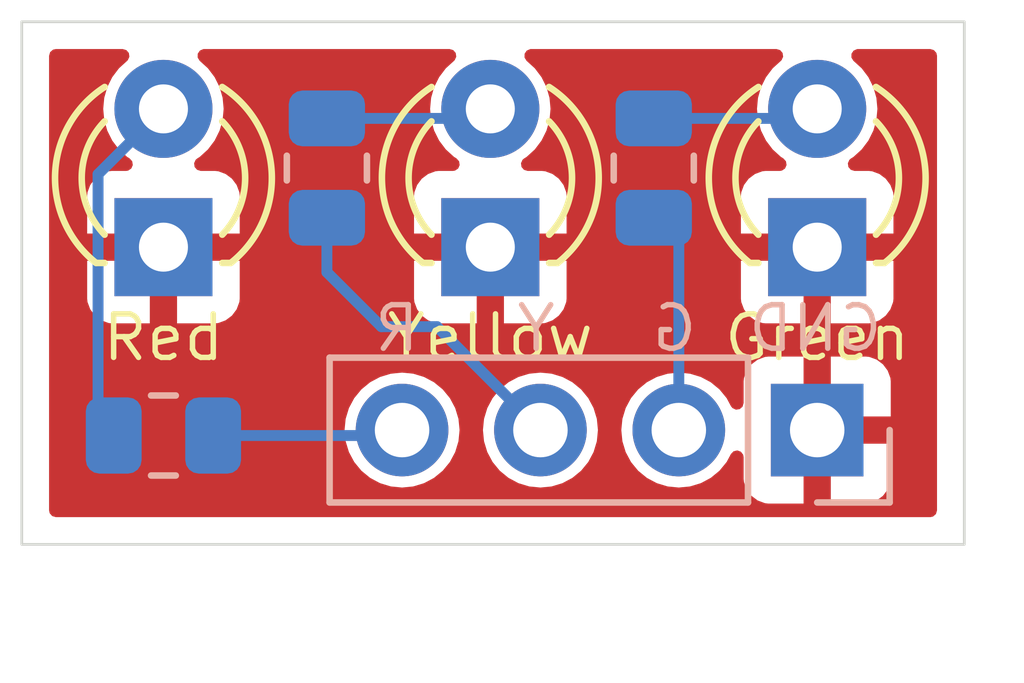
<source format=kicad_pcb>
(kicad_pcb (version 20240108) (generator "pcbnew") (generator_version "8.0")
  (layers (0 "F.Cu" signal) (31 "B.Cu" signal) (34 "B.Paste" user) (35 "F.Paste" user) (36 "B.SilkS" user "B.Silkscreen") (37 "F.SilkS" user "F.Silkscreen") (38 "B.Mask" user) (39 "F.Mask" user) (44 "Edge.Cuts" user))
  (net 0 "")
  (net 1 "Net-(J1-Pin_2)")
  (net 2 "Net-(J1-Pin_3)")
  (net 3 "Net-(J1-Pin_4)")
  (net 4 "Net-(D3-A)")
  (net 5 "Net-(D2-A)")
  (net 6 "Net-(D1-A)")
  (net 7 "Net-(D1-K)")
  (footprint "LED_THT:LED_D3.0mm" (layer "F.Cu") (at 124 93.54 90)
    (property "Reference" "Yellow" (at -1.66 0 180) (layer "F.SilkS") (effects (font (size 0.8 0.8) (thickness 0.1) (bold yes))))
    (property "Value" "LED")
    (fp_line (start -0.29 -1.236) (end -0.29 -1.08) (stroke (width 0.12)) (layer "F.SilkS"))
    (fp_line (start -0.29 1.08) (end -0.29 1.236) (stroke (width 0.12)) (layer "F.SilkS"))
    (fp_arc (start -0.29 -1.235516) (mid 1.366487 -1.987659) (end 2.942335 -1.078608) (stroke (width 0.12)) (layer "F.SilkS"))
    (fp_arc (start 0.229039 -1.08) (mid 1.270117 -1.5) (end 2.31113 -1.079837) (stroke (width 0.12)) (layer "F.SilkS"))
    (fp_arc (start 2.942335 1.078608) (mid 1.366487 1.987659) (end -0.29 1.235516) (stroke (width 0.12)) (layer "F.SilkS"))
    (fp_arc (start 2.31113 1.079837) (mid 1.270117 1.5) (end 0.229039 1.08) (stroke (width 0.12)) (layer "F.SilkS"))
    (pad "1" thru_hole rect (at 0 0 90) (size 1.8 1.8) (drill 0.9) (layers "*.Cu" "*.Mask") (net 7 "Net-(D1-K)"))
    (pad "2" thru_hole circle (at 2.54 0 90) (size 1.8 1.8) (drill 0.9) (layers "*.Cu" "*.Mask") (net 5 "Net-(D2-A)"))
  )
  (footprint "LED_THT:LED_D3.0mm" (layer "F.Cu") (at 130 93.54 90)
    (property "Reference" "Green" (at -1.66 0 180) (layer "F.SilkS") (effects (font (size 0.8 0.8) (thickness 0.1))))
    (property "Value" "LED")
    (fp_line (start -0.29 -1.236) (end -0.29 -1.08) (stroke (width 0.12)) (layer "F.SilkS"))
    (fp_line (start -0.29 1.08) (end -0.29 1.236) (stroke (width 0.12)) (layer "F.SilkS"))
    (fp_arc (start -0.29 -1.235516) (mid 1.366487 -1.987659) (end 2.942335 -1.078608) (stroke (width 0.12)) (layer "F.SilkS"))
    (fp_arc (start 0.229039 -1.08) (mid 1.270117 -1.5) (end 2.31113 -1.079837) (stroke (width 0.12)) (layer "F.SilkS"))
    (fp_arc (start 2.942335 1.078608) (mid 1.366487 1.987659) (end -0.29 1.235516) (stroke (width 0.12)) (layer "F.SilkS"))
    (fp_arc (start 2.31113 1.079837) (mid 1.270117 1.5) (end 0.229039 1.08) (stroke (width 0.12)) (layer "F.SilkS"))
    (pad "1" thru_hole rect (at 0 0 90) (size 1.8 1.8) (drill 0.9) (layers "*.Cu" "*.Mask") (net 7 "Net-(D1-K)"))
    (pad "2" thru_hole circle (at 2.54 0 90) (size 1.8 1.8) (drill 0.9) (layers "*.Cu" "*.Mask") (net 6 "Net-(D1-A)"))
  )
  (footprint "LED_THT:LED_D3.0mm" (layer "F.Cu") (at 118 93.54 90)
    (property "Reference" "Red" (at -1.66 0 180) (layer "F.SilkS") (effects (font (size 0.8 0.8) (thickness 0.1))))
    (property "Value" "LED")
    (fp_line (start -0.29 -1.236) (end -0.29 -1.08) (stroke (width 0.12)) (layer "F.SilkS"))
    (fp_line (start -0.29 1.08) (end -0.29 1.236) (stroke (width 0.12)) (layer "F.SilkS"))
    (fp_arc (start -0.29 -1.235516) (mid 1.366487 -1.987659) (end 2.942335 -1.078608) (stroke (width 0.12)) (layer "F.SilkS"))
    (fp_arc (start 0.229039 -1.08) (mid 1.270117 -1.5) (end 2.31113 -1.079837) (stroke (width 0.12)) (layer "F.SilkS"))
    (fp_arc (start 2.942335 1.078608) (mid 1.366487 1.987659) (end -0.29 1.235516) (stroke (width 0.12)) (layer "F.SilkS"))
    (fp_arc (start 2.31113 1.079837) (mid 1.270117 1.5) (end 0.229039 1.08) (stroke (width 0.12)) (layer "F.SilkS"))
    (pad "1" thru_hole rect (at 0 0 90) (size 1.8 1.8) (drill 0.9) (layers "*.Cu" "*.Mask") (net 7 "Net-(D1-K)"))
    (pad "2" thru_hole circle (at 2.54 0 90) (size 1.8 1.8) (drill 0.9) (layers "*.Cu" "*.Mask") (net 4 "Net-(D3-A)"))
  )
  (footprint "Resistor_SMD:R_0805_2012Metric" (layer "B.Cu") (at 121 92.0875 90)
    (property "Reference" "R2" (hide yes))
    (property "Value" "100")
    (fp_line (start 0.227064 -0.735) (end -0.227064 -0.735) (stroke (width 0.12)) (layer "B.SilkS"))
    (fp_line (start 0.227064 0.735) (end -0.227064 0.735) (stroke (width 0.12)) (layer "B.SilkS"))
    (pad "1" smd roundrect (at -0.9125 0 90) (size 1.025 1.4) (layers "B.Cu" "B.Paste" "B.Mask") (roundrect_rratio 0.243902) (net 2 "Net-(J1-Pin_3)"))
    (pad "2" smd roundrect (at 0.9125 0 90) (size 1.025 1.4) (layers "B.Cu" "B.Paste" "B.Mask") (roundrect_rratio 0.243902) (net 5 "Net-(D2-A)"))
  )
  (footprint "Resistor_SMD:R_0805_2012Metric" (layer "B.Cu") (at 127 92.0875 90)
    (property "Reference" "R1" (hide yes))
    (property "Value" "100")
    (fp_line (start 0.227064 -0.735) (end -0.227064 -0.735) (stroke (width 0.12)) (layer "B.SilkS"))
    (fp_line (start 0.227064 0.735) (end -0.227064 0.735) (stroke (width 0.12)) (layer "B.SilkS"))
    (pad "1" smd roundrect (at -0.9125 0 90) (size 1.025 1.4) (layers "B.Cu" "B.Paste" "B.Mask") (roundrect_rratio 0.243902) (net 1 "Net-(J1-Pin_2)"))
    (pad "2" smd roundrect (at 0.9125 0 90) (size 1.025 1.4) (layers "B.Cu" "B.Paste" "B.Mask") (roundrect_rratio 0.243902) (net 6 "Net-(D1-A)"))
  )
  (footprint "Connector_PinHeader_2.54mm:PinHeader_1x04_P2.54mm_Vertical" (layer "B.Cu") (at 130 96.9 90)
    (property "Reference" "J1" (hide yes))
    (property "Value" "Conn_01x04")
    (fp_line (start 1.33 -8.95) (end -1.33 -8.95) (stroke (width 0.12)) (layer "B.SilkS"))
    (fp_line (start 1.33 -8.95) (end 1.33 -1.27) (stroke (width 0.12)) (layer "B.SilkS"))
    (fp_line (start -1.33 -8.95) (end -1.33 -1.27) (stroke (width 0.12)) (layer "B.SilkS"))
    (fp_line (start 1.33 -1.27) (end -1.33 -1.27) (stroke (width 0.12)) (layer "B.SilkS"))
    (fp_line (start 0 1.33) (end -1.33 1.33) (stroke (width 0.12)) (layer "B.SilkS"))
    (fp_line (start -1.33 1.33) (end -1.33 0) (stroke (width 0.12)) (layer "B.SilkS"))
    (pad "1" thru_hole rect (at 0 0 90) (size 1.7 1.7) (drill 1) (layers "*.Cu" "*.Mask") (net 7 "Net-(D1-K)"))
    (pad "2" thru_hole oval (at 0 -2.54 90) (size 1.7 1.7) (drill 1) (layers "*.Cu" "*.Mask") (net 1 "Net-(J1-Pin_2)"))
    (pad "3" thru_hole oval (at 0 -5.08 90) (size 1.7 1.7) (drill 1) (layers "*.Cu" "*.Mask") (net 2 "Net-(J1-Pin_3)"))
    (pad "4" thru_hole oval (at 0 -7.62 90) (size 1.7 1.7) (drill 1) (layers "*.Cu" "*.Mask") (net 3 "Net-(J1-Pin_4)"))
  )
  (footprint "Resistor_SMD:R_0805_2012Metric" (layer "B.Cu") (at 118 97 180)
    (property "Reference" "R3" (hide yes))
    (property "Value" "100")
    (fp_line (start 0.227064 0.735) (end -0.227064 0.735) (stroke (width 0.12)) (layer "B.SilkS"))
    (fp_line (start 0.227064 -0.735) (end -0.227064 -0.735) (stroke (width 0.12)) (layer "B.SilkS"))
    (pad "1" smd roundrect (at -0.9125 0 180) (size 1.025 1.4) (layers "B.Cu" "B.Paste" "B.Mask") (roundrect_rratio 0.243902) (net 3 "Net-(J1-Pin_4)"))
    (pad "2" smd roundrect (at 0.9125 0 180) (size 1.025 1.4) (layers "B.Cu" "B.Paste" "B.Mask") (roundrect_rratio 0.243902) (net 4 "Net-(D3-A)"))
  )
  (gr_rect (start 115.4 89.4) (end 132.7 99) (stroke (width 0.05)) (fill none) (layer "Edge.Cuts"))
  (gr_text "G" (at 127.84896 95.5 0) (layer "B.SilkS") (effects (font (size 0.8 0.8) (thickness 0.1)) (justify left bottom mirror)))
  (gr_text "GND" (at 131.25 95.5 0) (layer "B.SilkS") (effects (font (size 0.8 0.8) (thickness 0.1)) (justify left bottom mirror)))
  (gr_text "Y" (at 125.25 95.5 0) (layer "B.SilkS") (effects (font (size 0.8 0.8) (thickness 0.1)) (justify left bottom mirror)))
  (gr_text "R" (at 122.75 95.5 0) (layer "B.SilkS") (effects (font (size 0.8 0.8) (thickness 0.1)) (justify left bottom mirror)))
  (segment (start 127.46 96.9) (end 127.46 93.46) (width 0.2) (layer "B.Cu") (net 1))
  (segment (start 127.46 93.46) (end 127 93) (width 0.2) (layer "B.Cu") (net 1))
  (segment (start 121 93) (end 121 94) (width 0.2) (layer "B.Cu") (net 2))
  (segment (start 122 95) (end 123.02 95) (width 0.2) (layer "B.Cu") (net 2))
  (segment (start 123.02 95) (end 124.92 96.9) (width 0.2) (layer "B.Cu") (net 2))
  (segment (start 121 94) (end 122 95) (width 0.2) (layer "B.Cu") (net 2))
  (segment (start 122.28 97) (end 122.38 96.9) (width 0.2) (layer "B.Cu") (net 3))
  (segment (start 118.9125 97) (end 122.28 97) (width 0.2) (layer "B.Cu") (net 3))
  (segment (start 116.8 96.7125) (end 116.8 92.2) (width 0.2) (layer "B.Cu") (net 4))
  (segment (start 117.0875 97) (end 116.8 96.7125) (width 0.2) (layer "B.Cu") (net 4))
  (segment (start 116.8 92.2) (end 118 91) (width 0.2) (layer "B.Cu") (net 4))
  (segment (start 123.825 91.175) (end 124 91) (width 0.2) (layer "B.Cu") (net 5))
  (segment (start 121 91.175) (end 123.825 91.175) (width 0.2) (layer "B.Cu") (net 5))
  (segment (start 129.825 91.175) (end 130 91) (width 0.2) (layer "B.Cu") (net 6))
  (segment (start 127 91.175) (end 129.825 91.175) (width 0.2) (layer "B.Cu") (net 6))
  (zone (net 7) (net_name "Net-(D1-K)") (layer "F.Cu") (name "Ground Fill") (connect_pads (clearance 0)) (min_thickness 0.25) (fill yes (thermal_gap 0.5) (thermal_bridge_width 0.5))
    (polygon (pts (xy 115 89) (xy 133 89) (xy 133 99.5) (xy 115 99.5)))
  )
)
</source>
